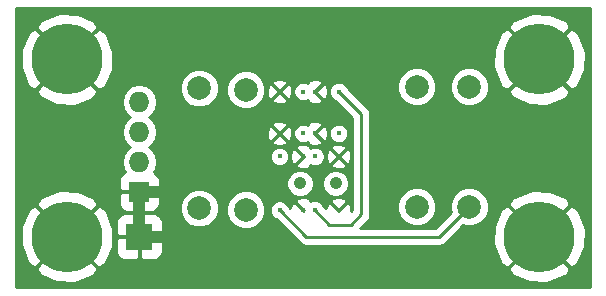
<source format=gtl>
%FSLAX34Y34*%
G04 Gerber Fmt 3.4, Leading zero omitted, Abs format*
G04 (created by PCBNEW (2014-jan-25)-product) date Sun 13 Jul 2014 10:27:30 AM PDT*
%MOIN*%
G01*
G70*
G90*
G04 APERTURE LIST*
%ADD10C,0.003937*%
%ADD11R,0.068000X0.068000*%
%ADD12O,0.068000X0.068000*%
%ADD13C,0.078700*%
%ADD14C,0.015748*%
%ADD15C,0.041339*%
%ADD16C,0.236220*%
%ADD17R,0.088000X0.088000*%
%ADD18C,0.010000*%
%ADD19C,0.040000*%
G04 APERTURE END LIST*
G54D10*
G54D11*
X43750Y-45750D03*
G54D12*
X43750Y-44750D03*
X43750Y-43750D03*
X43750Y-42750D03*
G54D13*
X53000Y-46250D03*
X53000Y-42250D03*
X45750Y-42300D03*
X45750Y-46300D03*
X54750Y-46250D03*
X54750Y-42250D03*
G54D14*
X49212Y-42411D03*
X48425Y-42411D03*
X49212Y-43809D03*
X48425Y-43809D03*
X50393Y-42411D03*
X49606Y-42411D03*
X50393Y-43809D03*
X49606Y-43809D03*
X49606Y-46367D03*
X50393Y-46368D03*
X49606Y-44576D03*
X50393Y-44576D03*
G54D15*
X50295Y-45472D03*
G54D14*
X48425Y-46367D03*
X49212Y-46368D03*
X48425Y-44576D03*
X49212Y-44576D03*
G54D15*
X49114Y-45472D03*
G54D16*
X57086Y-47244D03*
X41338Y-47244D03*
X57086Y-41338D03*
X41338Y-41338D03*
G54D13*
X47300Y-46350D03*
X47300Y-42350D03*
G54D17*
X43750Y-47250D03*
G54D18*
X49307Y-47250D02*
X53750Y-47250D01*
X53750Y-47250D02*
X54750Y-46250D01*
X48425Y-46367D02*
X49307Y-47250D01*
G54D19*
X43750Y-47250D02*
X44500Y-47250D01*
X43750Y-45750D02*
X43750Y-47250D01*
X43750Y-45750D02*
X44500Y-45750D01*
G54D18*
X51150Y-43167D02*
X51150Y-46500D01*
X51150Y-46500D02*
X50800Y-46850D01*
X50800Y-46850D02*
X50088Y-46850D01*
X50088Y-46850D02*
X49606Y-46367D01*
X50393Y-42411D02*
X51150Y-43167D01*
G36*
X58785Y-48942D02*
X58626Y-48942D01*
X58626Y-46990D01*
X58626Y-41084D01*
X58412Y-40514D01*
X58355Y-40429D01*
X58135Y-40303D01*
X58121Y-40317D01*
X58121Y-40289D01*
X57996Y-40069D01*
X57441Y-39818D01*
X56832Y-39798D01*
X56262Y-40012D01*
X56177Y-40069D01*
X56051Y-40289D01*
X57086Y-41324D01*
X58121Y-40289D01*
X58121Y-40317D01*
X57100Y-41338D01*
X58135Y-42373D01*
X58355Y-42248D01*
X58606Y-41693D01*
X58626Y-41084D01*
X58626Y-46990D01*
X58412Y-46419D01*
X58355Y-46334D01*
X58135Y-46209D01*
X58121Y-46223D01*
X58121Y-46195D01*
X58121Y-42387D01*
X57086Y-41352D01*
X57072Y-41366D01*
X57072Y-41338D01*
X56037Y-40303D01*
X55817Y-40429D01*
X55566Y-40983D01*
X55546Y-41592D01*
X55760Y-42162D01*
X55817Y-42248D01*
X56037Y-42373D01*
X57072Y-41338D01*
X57072Y-41366D01*
X56051Y-42387D01*
X56177Y-42607D01*
X56731Y-42858D01*
X57340Y-42878D01*
X57910Y-42664D01*
X57996Y-42607D01*
X58121Y-42387D01*
X58121Y-46195D01*
X57996Y-45975D01*
X57441Y-45723D01*
X56832Y-45703D01*
X56262Y-45918D01*
X56177Y-45975D01*
X56051Y-46195D01*
X57086Y-47229D01*
X58121Y-46195D01*
X58121Y-46223D01*
X57100Y-47244D01*
X58135Y-48278D01*
X58355Y-48153D01*
X58606Y-47598D01*
X58626Y-46990D01*
X58626Y-48942D01*
X58121Y-48942D01*
X58121Y-48293D01*
X57086Y-47258D01*
X57072Y-47272D01*
X57072Y-47244D01*
X56037Y-46209D01*
X55817Y-46334D01*
X55566Y-46889D01*
X55546Y-47498D01*
X55760Y-48068D01*
X55817Y-48153D01*
X56037Y-48278D01*
X57072Y-47244D01*
X57072Y-47272D01*
X56051Y-48293D01*
X56177Y-48512D01*
X56731Y-48764D01*
X57340Y-48784D01*
X57910Y-48569D01*
X57996Y-48512D01*
X58121Y-48293D01*
X58121Y-48942D01*
X55393Y-48942D01*
X55393Y-46122D01*
X55393Y-42122D01*
X55295Y-41885D01*
X55114Y-41704D01*
X54878Y-41606D01*
X54622Y-41606D01*
X54385Y-41704D01*
X54204Y-41885D01*
X54106Y-42121D01*
X54106Y-42377D01*
X54204Y-42614D01*
X54385Y-42795D01*
X54621Y-42893D01*
X54877Y-42893D01*
X55114Y-42795D01*
X55295Y-42614D01*
X55393Y-42378D01*
X55393Y-42122D01*
X55393Y-46122D01*
X55295Y-45885D01*
X55114Y-45704D01*
X54878Y-45606D01*
X54622Y-45606D01*
X54385Y-45704D01*
X54204Y-45885D01*
X54106Y-46121D01*
X54106Y-46377D01*
X54133Y-46442D01*
X53643Y-46932D01*
X53643Y-46122D01*
X53643Y-42122D01*
X53545Y-41885D01*
X53364Y-41704D01*
X53128Y-41606D01*
X52872Y-41606D01*
X52635Y-41704D01*
X52454Y-41885D01*
X52356Y-42121D01*
X52356Y-42377D01*
X52454Y-42614D01*
X52635Y-42795D01*
X52871Y-42893D01*
X53127Y-42893D01*
X53364Y-42795D01*
X53545Y-42614D01*
X53643Y-42378D01*
X53643Y-42122D01*
X53643Y-46122D01*
X53545Y-45885D01*
X53364Y-45704D01*
X53128Y-45606D01*
X52872Y-45606D01*
X52635Y-45704D01*
X52454Y-45885D01*
X52356Y-46121D01*
X52356Y-46377D01*
X52454Y-46614D01*
X52635Y-46795D01*
X52871Y-46893D01*
X53127Y-46893D01*
X53364Y-46795D01*
X53545Y-46614D01*
X53643Y-46378D01*
X53643Y-46122D01*
X53643Y-46932D01*
X53625Y-46950D01*
X51124Y-46950D01*
X51362Y-46712D01*
X51427Y-46614D01*
X51427Y-46614D01*
X51450Y-46500D01*
X51450Y-43167D01*
X51427Y-43052D01*
X51362Y-42955D01*
X51362Y-42955D01*
X50701Y-42294D01*
X50672Y-42225D01*
X50580Y-42132D01*
X50459Y-42082D01*
X50328Y-42082D01*
X50207Y-42132D01*
X50115Y-42224D01*
X50065Y-42345D01*
X50064Y-42476D01*
X50114Y-42597D01*
X50207Y-42689D01*
X50276Y-42718D01*
X50850Y-43291D01*
X50850Y-46375D01*
X50821Y-46403D01*
X50823Y-46289D01*
X50823Y-44498D01*
X50761Y-44339D01*
X50753Y-44327D01*
X50722Y-44330D01*
X50722Y-43743D01*
X50672Y-43623D01*
X50580Y-43530D01*
X50459Y-43480D01*
X50328Y-43480D01*
X50207Y-43530D01*
X50115Y-43622D01*
X50065Y-43743D01*
X50064Y-43874D01*
X50114Y-43995D01*
X50207Y-44087D01*
X50328Y-44137D01*
X50458Y-44137D01*
X50579Y-44087D01*
X50672Y-43995D01*
X50722Y-43874D01*
X50722Y-43743D01*
X50722Y-44330D01*
X50647Y-44336D01*
X50642Y-44342D01*
X50642Y-44217D01*
X50485Y-44149D01*
X50315Y-44146D01*
X50156Y-44209D01*
X50144Y-44217D01*
X50153Y-44322D01*
X50393Y-44562D01*
X50633Y-44322D01*
X50642Y-44217D01*
X50642Y-44342D01*
X50407Y-44576D01*
X50647Y-44816D01*
X50753Y-44825D01*
X50820Y-44669D01*
X50823Y-44498D01*
X50823Y-46289D01*
X50761Y-46131D01*
X50753Y-46119D01*
X50752Y-46119D01*
X50752Y-45381D01*
X50682Y-45214D01*
X50642Y-45173D01*
X50642Y-44936D01*
X50633Y-44830D01*
X50393Y-44590D01*
X50379Y-44605D01*
X50379Y-44576D01*
X50139Y-44336D01*
X50036Y-44328D01*
X50036Y-43730D01*
X50036Y-42333D01*
X49973Y-42174D01*
X49965Y-42162D01*
X49860Y-42171D01*
X49620Y-42411D01*
X49860Y-42651D01*
X49965Y-42660D01*
X50033Y-42503D01*
X50036Y-42333D01*
X50036Y-43730D01*
X49973Y-43572D01*
X49965Y-43560D01*
X49860Y-43568D01*
X49620Y-43809D01*
X49860Y-44049D01*
X49965Y-44057D01*
X50033Y-43901D01*
X50036Y-43730D01*
X50036Y-44328D01*
X50034Y-44327D01*
X49966Y-44484D01*
X49963Y-44655D01*
X50026Y-44813D01*
X50034Y-44825D01*
X50139Y-44816D01*
X50379Y-44576D01*
X50379Y-44605D01*
X50153Y-44830D01*
X50144Y-44936D01*
X50301Y-45004D01*
X50471Y-45006D01*
X50630Y-44944D01*
X50642Y-44936D01*
X50642Y-45173D01*
X50554Y-45085D01*
X50386Y-45015D01*
X50204Y-45015D01*
X50036Y-45085D01*
X49935Y-45186D01*
X49935Y-44511D01*
X49885Y-44390D01*
X49855Y-44360D01*
X49855Y-44168D01*
X49846Y-44063D01*
X49606Y-43823D01*
X49600Y-43828D01*
X49586Y-43814D01*
X49592Y-43809D01*
X49586Y-43803D01*
X49600Y-43789D01*
X49606Y-43794D01*
X49846Y-43554D01*
X49855Y-43449D01*
X49855Y-42770D01*
X49846Y-42665D01*
X49606Y-42425D01*
X49600Y-42431D01*
X49586Y-42416D01*
X49592Y-42411D01*
X49586Y-42405D01*
X49600Y-42391D01*
X49606Y-42397D01*
X49846Y-42157D01*
X49855Y-42051D01*
X49698Y-41984D01*
X49528Y-41981D01*
X49369Y-42044D01*
X49357Y-42051D01*
X49362Y-42117D01*
X49278Y-42082D01*
X49147Y-42082D01*
X49026Y-42132D01*
X48934Y-42224D01*
X48883Y-42345D01*
X48883Y-42476D01*
X48933Y-42597D01*
X49026Y-42689D01*
X49146Y-42740D01*
X49277Y-42740D01*
X49362Y-42704D01*
X49357Y-42770D01*
X49514Y-42838D01*
X49684Y-42841D01*
X49843Y-42778D01*
X49855Y-42770D01*
X49855Y-43449D01*
X49698Y-43381D01*
X49528Y-43378D01*
X49369Y-43441D01*
X49357Y-43449D01*
X49362Y-43515D01*
X49278Y-43480D01*
X49147Y-43480D01*
X49026Y-43530D01*
X48934Y-43622D01*
X48883Y-43743D01*
X48883Y-43874D01*
X48933Y-43995D01*
X49026Y-44087D01*
X49146Y-44137D01*
X49277Y-44137D01*
X49362Y-44102D01*
X49357Y-44168D01*
X49514Y-44236D01*
X49684Y-44239D01*
X49843Y-44176D01*
X49855Y-44168D01*
X49855Y-44360D01*
X49792Y-44298D01*
X49671Y-44248D01*
X49541Y-44247D01*
X49455Y-44283D01*
X49461Y-44217D01*
X49304Y-44149D01*
X49134Y-44146D01*
X48975Y-44209D01*
X48963Y-44217D01*
X48972Y-44322D01*
X49212Y-44562D01*
X49218Y-44557D01*
X49232Y-44571D01*
X49226Y-44576D01*
X49232Y-44582D01*
X49218Y-44596D01*
X49212Y-44590D01*
X49198Y-44605D01*
X49198Y-44576D01*
X48958Y-44336D01*
X48855Y-44328D01*
X48855Y-43730D01*
X48855Y-42333D01*
X48792Y-42174D01*
X48784Y-42162D01*
X48679Y-42171D01*
X48673Y-42176D01*
X48673Y-42051D01*
X48517Y-41984D01*
X48346Y-41981D01*
X48188Y-42044D01*
X48176Y-42051D01*
X48185Y-42157D01*
X48425Y-42397D01*
X48665Y-42157D01*
X48673Y-42051D01*
X48673Y-42176D01*
X48439Y-42411D01*
X48679Y-42651D01*
X48784Y-42660D01*
X48852Y-42503D01*
X48855Y-42333D01*
X48855Y-43730D01*
X48792Y-43572D01*
X48784Y-43560D01*
X48679Y-43568D01*
X48673Y-43574D01*
X48673Y-43449D01*
X48673Y-42770D01*
X48665Y-42665D01*
X48425Y-42425D01*
X48411Y-42439D01*
X48411Y-42411D01*
X48170Y-42171D01*
X48065Y-42162D01*
X47997Y-42319D01*
X47995Y-42489D01*
X48057Y-42648D01*
X48065Y-42660D01*
X48170Y-42651D01*
X48411Y-42411D01*
X48411Y-42439D01*
X48185Y-42665D01*
X48176Y-42770D01*
X48332Y-42838D01*
X48503Y-42841D01*
X48662Y-42778D01*
X48673Y-42770D01*
X48673Y-43449D01*
X48517Y-43381D01*
X48346Y-43378D01*
X48188Y-43441D01*
X48176Y-43449D01*
X48185Y-43554D01*
X48425Y-43794D01*
X48665Y-43554D01*
X48673Y-43449D01*
X48673Y-43574D01*
X48439Y-43809D01*
X48679Y-44049D01*
X48784Y-44057D01*
X48852Y-43901D01*
X48855Y-43730D01*
X48855Y-44328D01*
X48853Y-44327D01*
X48785Y-44484D01*
X48782Y-44655D01*
X48845Y-44813D01*
X48853Y-44825D01*
X48958Y-44816D01*
X49198Y-44576D01*
X49198Y-44605D01*
X48972Y-44830D01*
X48963Y-44936D01*
X49120Y-45004D01*
X49290Y-45006D01*
X49449Y-44944D01*
X49461Y-44936D01*
X49455Y-44870D01*
X49540Y-44905D01*
X49671Y-44905D01*
X49792Y-44855D01*
X49884Y-44763D01*
X49934Y-44642D01*
X49935Y-44511D01*
X49935Y-45186D01*
X49908Y-45213D01*
X49838Y-45381D01*
X49838Y-45562D01*
X49907Y-45730D01*
X50036Y-45859D01*
X50204Y-45929D01*
X50385Y-45929D01*
X50553Y-45859D01*
X50682Y-45731D01*
X50751Y-45563D01*
X50752Y-45381D01*
X50752Y-46119D01*
X50647Y-46128D01*
X50642Y-46133D01*
X50642Y-46008D01*
X50485Y-45940D01*
X50315Y-45938D01*
X50156Y-46000D01*
X50144Y-46008D01*
X50153Y-46113D01*
X50393Y-46353D01*
X50633Y-46113D01*
X50642Y-46008D01*
X50642Y-46133D01*
X50407Y-46368D01*
X50413Y-46373D01*
X50399Y-46387D01*
X50393Y-46382D01*
X50388Y-46387D01*
X50373Y-46373D01*
X50379Y-46368D01*
X50139Y-46128D01*
X50034Y-46119D01*
X49966Y-46275D01*
X49965Y-46303D01*
X49913Y-46250D01*
X49885Y-46181D01*
X49792Y-46089D01*
X49671Y-46039D01*
X49570Y-46038D01*
X49570Y-45381D01*
X49501Y-45214D01*
X49373Y-45085D01*
X49205Y-45015D01*
X49023Y-45015D01*
X48855Y-45085D01*
X48753Y-45186D01*
X48753Y-44511D01*
X48704Y-44390D01*
X48673Y-44360D01*
X48673Y-44168D01*
X48665Y-44063D01*
X48425Y-43823D01*
X48411Y-43837D01*
X48411Y-43809D01*
X48170Y-43568D01*
X48065Y-43560D01*
X47997Y-43716D01*
X47995Y-43887D01*
X48057Y-44045D01*
X48065Y-44057D01*
X48170Y-44049D01*
X48411Y-43809D01*
X48411Y-43837D01*
X48185Y-44063D01*
X48176Y-44168D01*
X48332Y-44236D01*
X48503Y-44239D01*
X48662Y-44176D01*
X48673Y-44168D01*
X48673Y-44360D01*
X48611Y-44298D01*
X48490Y-44248D01*
X48360Y-44247D01*
X48239Y-44297D01*
X48146Y-44390D01*
X48096Y-44511D01*
X48096Y-44641D01*
X48146Y-44762D01*
X48238Y-44855D01*
X48359Y-44905D01*
X48490Y-44905D01*
X48611Y-44855D01*
X48703Y-44763D01*
X48753Y-44642D01*
X48753Y-44511D01*
X48753Y-45186D01*
X48727Y-45213D01*
X48657Y-45381D01*
X48657Y-45562D01*
X48726Y-45730D01*
X48855Y-45859D01*
X49022Y-45929D01*
X49204Y-45929D01*
X49372Y-45859D01*
X49501Y-45731D01*
X49570Y-45563D01*
X49570Y-45381D01*
X49570Y-46038D01*
X49541Y-46038D01*
X49455Y-46074D01*
X49461Y-46008D01*
X49304Y-45940D01*
X49134Y-45938D01*
X48975Y-46000D01*
X48963Y-46008D01*
X48972Y-46113D01*
X49212Y-46353D01*
X49218Y-46348D01*
X49232Y-46362D01*
X49226Y-46368D01*
X49232Y-46373D01*
X49218Y-46387D01*
X49212Y-46382D01*
X49207Y-46387D01*
X49192Y-46373D01*
X49198Y-46368D01*
X48958Y-46128D01*
X48853Y-46119D01*
X48785Y-46275D01*
X48784Y-46303D01*
X48732Y-46250D01*
X48704Y-46181D01*
X48611Y-46089D01*
X48490Y-46039D01*
X48360Y-46038D01*
X48239Y-46088D01*
X48146Y-46181D01*
X48096Y-46302D01*
X48096Y-46432D01*
X48146Y-46553D01*
X48238Y-46646D01*
X48308Y-46675D01*
X49095Y-47462D01*
X49192Y-47527D01*
X49192Y-47527D01*
X49307Y-47550D01*
X53750Y-47550D01*
X53750Y-47549D01*
X53864Y-47527D01*
X53864Y-47527D01*
X53962Y-47462D01*
X54557Y-46866D01*
X54621Y-46893D01*
X54877Y-46893D01*
X55114Y-46795D01*
X55295Y-46614D01*
X55393Y-46378D01*
X55393Y-46122D01*
X55393Y-48942D01*
X47943Y-48942D01*
X47943Y-46222D01*
X47943Y-42222D01*
X47845Y-41985D01*
X47664Y-41804D01*
X47428Y-41706D01*
X47172Y-41706D01*
X46935Y-41804D01*
X46754Y-41985D01*
X46656Y-42221D01*
X46656Y-42477D01*
X46754Y-42714D01*
X46935Y-42895D01*
X47171Y-42993D01*
X47427Y-42993D01*
X47664Y-42895D01*
X47845Y-42714D01*
X47943Y-42478D01*
X47943Y-42222D01*
X47943Y-46222D01*
X47845Y-45985D01*
X47664Y-45804D01*
X47428Y-45706D01*
X47172Y-45706D01*
X46935Y-45804D01*
X46754Y-45985D01*
X46656Y-46221D01*
X46656Y-46477D01*
X46754Y-46714D01*
X46935Y-46895D01*
X47171Y-46993D01*
X47427Y-46993D01*
X47664Y-46895D01*
X47845Y-46714D01*
X47943Y-46478D01*
X47943Y-46222D01*
X47943Y-48942D01*
X46393Y-48942D01*
X46393Y-46172D01*
X46393Y-42172D01*
X46295Y-41935D01*
X46114Y-41754D01*
X45878Y-41656D01*
X45622Y-41656D01*
X45385Y-41754D01*
X45204Y-41935D01*
X45106Y-42171D01*
X45106Y-42427D01*
X45204Y-42664D01*
X45385Y-42845D01*
X45621Y-42943D01*
X45877Y-42943D01*
X46114Y-42845D01*
X46295Y-42664D01*
X46393Y-42428D01*
X46393Y-42172D01*
X46393Y-46172D01*
X46295Y-45935D01*
X46114Y-45754D01*
X45878Y-45656D01*
X45622Y-45656D01*
X45385Y-45754D01*
X45204Y-45935D01*
X45106Y-46171D01*
X45106Y-46427D01*
X45204Y-46664D01*
X45385Y-46845D01*
X45621Y-46943D01*
X45877Y-46943D01*
X46114Y-46845D01*
X46295Y-46664D01*
X46393Y-46428D01*
X46393Y-46172D01*
X46393Y-48942D01*
X44540Y-48942D01*
X44540Y-47759D01*
X44540Y-47620D01*
X44540Y-47347D01*
X44540Y-47152D01*
X44540Y-46879D01*
X44540Y-46740D01*
X44486Y-46611D01*
X44440Y-46565D01*
X44440Y-46159D01*
X44440Y-45847D01*
X44440Y-45652D01*
X44440Y-45340D01*
X44386Y-45211D01*
X44288Y-45113D01*
X44227Y-45088D01*
X44295Y-44987D01*
X44340Y-44761D01*
X44340Y-44738D01*
X44295Y-44512D01*
X44167Y-44321D01*
X44060Y-44250D01*
X44167Y-44178D01*
X44295Y-43987D01*
X44340Y-43761D01*
X44340Y-43738D01*
X44295Y-43512D01*
X44167Y-43321D01*
X44060Y-43250D01*
X44167Y-43178D01*
X44295Y-42987D01*
X44340Y-42761D01*
X44340Y-42738D01*
X44295Y-42512D01*
X44167Y-42321D01*
X43975Y-42193D01*
X43750Y-42148D01*
X43524Y-42193D01*
X43332Y-42321D01*
X43204Y-42512D01*
X43160Y-42738D01*
X43160Y-42761D01*
X43204Y-42987D01*
X43332Y-43178D01*
X43439Y-43250D01*
X43332Y-43321D01*
X43204Y-43512D01*
X43160Y-43738D01*
X43160Y-43761D01*
X43204Y-43987D01*
X43332Y-44178D01*
X43439Y-44250D01*
X43332Y-44321D01*
X43204Y-44512D01*
X43160Y-44738D01*
X43160Y-44761D01*
X43204Y-44987D01*
X43272Y-45088D01*
X43211Y-45113D01*
X43113Y-45211D01*
X43060Y-45340D01*
X43060Y-45652D01*
X43147Y-45740D01*
X43740Y-45740D01*
X43740Y-45732D01*
X43760Y-45732D01*
X43760Y-45740D01*
X44352Y-45740D01*
X44440Y-45652D01*
X44440Y-45847D01*
X44352Y-45760D01*
X43760Y-45760D01*
X43760Y-46352D01*
X43847Y-46440D01*
X44020Y-46440D01*
X44159Y-46440D01*
X44288Y-46386D01*
X44386Y-46288D01*
X44440Y-46159D01*
X44440Y-46565D01*
X44388Y-46513D01*
X44259Y-46460D01*
X43847Y-46460D01*
X43760Y-46547D01*
X43760Y-47240D01*
X44452Y-47240D01*
X44540Y-47152D01*
X44540Y-47347D01*
X44452Y-47260D01*
X43760Y-47260D01*
X43760Y-47952D01*
X43847Y-48040D01*
X44259Y-48040D01*
X44388Y-47986D01*
X44486Y-47888D01*
X44540Y-47759D01*
X44540Y-48942D01*
X43740Y-48942D01*
X43740Y-47952D01*
X43740Y-47260D01*
X43740Y-47240D01*
X43740Y-46547D01*
X43740Y-46352D01*
X43740Y-45760D01*
X43147Y-45760D01*
X43060Y-45847D01*
X43060Y-46159D01*
X43113Y-46288D01*
X43211Y-46386D01*
X43340Y-46440D01*
X43479Y-46440D01*
X43652Y-46440D01*
X43740Y-46352D01*
X43740Y-46547D01*
X43652Y-46460D01*
X43240Y-46460D01*
X43111Y-46513D01*
X43013Y-46611D01*
X42960Y-46740D01*
X42960Y-46879D01*
X42960Y-47152D01*
X43047Y-47240D01*
X43740Y-47240D01*
X43740Y-47260D01*
X43047Y-47260D01*
X42960Y-47347D01*
X42960Y-47620D01*
X42960Y-47759D01*
X43013Y-47888D01*
X43111Y-47986D01*
X43240Y-48040D01*
X43652Y-48040D01*
X43740Y-47952D01*
X43740Y-48942D01*
X42878Y-48942D01*
X42878Y-46990D01*
X42878Y-41084D01*
X42664Y-40514D01*
X42607Y-40429D01*
X42387Y-40303D01*
X42373Y-40317D01*
X42373Y-40289D01*
X42248Y-40069D01*
X41693Y-39818D01*
X41084Y-39798D01*
X40514Y-40012D01*
X40429Y-40069D01*
X40303Y-40289D01*
X41338Y-41324D01*
X42373Y-40289D01*
X42373Y-40317D01*
X41352Y-41338D01*
X42387Y-42373D01*
X42607Y-42248D01*
X42858Y-41693D01*
X42878Y-41084D01*
X42878Y-46990D01*
X42664Y-46419D01*
X42607Y-46334D01*
X42387Y-46209D01*
X42373Y-46223D01*
X42373Y-46195D01*
X42373Y-42387D01*
X41338Y-41352D01*
X41324Y-41366D01*
X41324Y-41338D01*
X40289Y-40303D01*
X40069Y-40429D01*
X39818Y-40983D01*
X39798Y-41592D01*
X40012Y-42162D01*
X40069Y-42248D01*
X40289Y-42373D01*
X41324Y-41338D01*
X41324Y-41366D01*
X40303Y-42387D01*
X40429Y-42607D01*
X40983Y-42858D01*
X41592Y-42878D01*
X42162Y-42664D01*
X42248Y-42607D01*
X42373Y-42387D01*
X42373Y-46195D01*
X42248Y-45975D01*
X41693Y-45723D01*
X41084Y-45703D01*
X40514Y-45918D01*
X40429Y-45975D01*
X40303Y-46195D01*
X41338Y-47229D01*
X42373Y-46195D01*
X42373Y-46223D01*
X41352Y-47244D01*
X42387Y-48278D01*
X42607Y-48153D01*
X42858Y-47598D01*
X42878Y-46990D01*
X42878Y-48942D01*
X42373Y-48942D01*
X42373Y-48293D01*
X41338Y-47258D01*
X41324Y-47272D01*
X41324Y-47244D01*
X40289Y-46209D01*
X40069Y-46334D01*
X39818Y-46889D01*
X39798Y-47498D01*
X40012Y-48068D01*
X40069Y-48153D01*
X40289Y-48278D01*
X41324Y-47244D01*
X41324Y-47272D01*
X40303Y-48293D01*
X40429Y-48512D01*
X40983Y-48764D01*
X41592Y-48784D01*
X42162Y-48569D01*
X42248Y-48512D01*
X42373Y-48293D01*
X42373Y-48942D01*
X39639Y-48942D01*
X39639Y-39639D01*
X58785Y-39639D01*
X58785Y-48942D01*
X58785Y-48942D01*
G37*
X58785Y-48942D02*
X58626Y-48942D01*
X58626Y-46990D01*
X58626Y-41084D01*
X58412Y-40514D01*
X58355Y-40429D01*
X58135Y-40303D01*
X58121Y-40317D01*
X58121Y-40289D01*
X57996Y-40069D01*
X57441Y-39818D01*
X56832Y-39798D01*
X56262Y-40012D01*
X56177Y-40069D01*
X56051Y-40289D01*
X57086Y-41324D01*
X58121Y-40289D01*
X58121Y-40317D01*
X57100Y-41338D01*
X58135Y-42373D01*
X58355Y-42248D01*
X58606Y-41693D01*
X58626Y-41084D01*
X58626Y-46990D01*
X58412Y-46419D01*
X58355Y-46334D01*
X58135Y-46209D01*
X58121Y-46223D01*
X58121Y-46195D01*
X58121Y-42387D01*
X57086Y-41352D01*
X57072Y-41366D01*
X57072Y-41338D01*
X56037Y-40303D01*
X55817Y-40429D01*
X55566Y-40983D01*
X55546Y-41592D01*
X55760Y-42162D01*
X55817Y-42248D01*
X56037Y-42373D01*
X57072Y-41338D01*
X57072Y-41366D01*
X56051Y-42387D01*
X56177Y-42607D01*
X56731Y-42858D01*
X57340Y-42878D01*
X57910Y-42664D01*
X57996Y-42607D01*
X58121Y-42387D01*
X58121Y-46195D01*
X57996Y-45975D01*
X57441Y-45723D01*
X56832Y-45703D01*
X56262Y-45918D01*
X56177Y-45975D01*
X56051Y-46195D01*
X57086Y-47229D01*
X58121Y-46195D01*
X58121Y-46223D01*
X57100Y-47244D01*
X58135Y-48278D01*
X58355Y-48153D01*
X58606Y-47598D01*
X58626Y-46990D01*
X58626Y-48942D01*
X58121Y-48942D01*
X58121Y-48293D01*
X57086Y-47258D01*
X57072Y-47272D01*
X57072Y-47244D01*
X56037Y-46209D01*
X55817Y-46334D01*
X55566Y-46889D01*
X55546Y-47498D01*
X55760Y-48068D01*
X55817Y-48153D01*
X56037Y-48278D01*
X57072Y-47244D01*
X57072Y-47272D01*
X56051Y-48293D01*
X56177Y-48512D01*
X56731Y-48764D01*
X57340Y-48784D01*
X57910Y-48569D01*
X57996Y-48512D01*
X58121Y-48293D01*
X58121Y-48942D01*
X55393Y-48942D01*
X55393Y-46122D01*
X55393Y-42122D01*
X55295Y-41885D01*
X55114Y-41704D01*
X54878Y-41606D01*
X54622Y-41606D01*
X54385Y-41704D01*
X54204Y-41885D01*
X54106Y-42121D01*
X54106Y-42377D01*
X54204Y-42614D01*
X54385Y-42795D01*
X54621Y-42893D01*
X54877Y-42893D01*
X55114Y-42795D01*
X55295Y-42614D01*
X55393Y-42378D01*
X55393Y-42122D01*
X55393Y-46122D01*
X55295Y-45885D01*
X55114Y-45704D01*
X54878Y-45606D01*
X54622Y-45606D01*
X54385Y-45704D01*
X54204Y-45885D01*
X54106Y-46121D01*
X54106Y-46377D01*
X54133Y-46442D01*
X53643Y-46932D01*
X53643Y-46122D01*
X53643Y-42122D01*
X53545Y-41885D01*
X53364Y-41704D01*
X53128Y-41606D01*
X52872Y-41606D01*
X52635Y-41704D01*
X52454Y-41885D01*
X52356Y-42121D01*
X52356Y-42377D01*
X52454Y-42614D01*
X52635Y-42795D01*
X52871Y-42893D01*
X53127Y-42893D01*
X53364Y-42795D01*
X53545Y-42614D01*
X53643Y-42378D01*
X53643Y-42122D01*
X53643Y-46122D01*
X53545Y-45885D01*
X53364Y-45704D01*
X53128Y-45606D01*
X52872Y-45606D01*
X52635Y-45704D01*
X52454Y-45885D01*
X52356Y-46121D01*
X52356Y-46377D01*
X52454Y-46614D01*
X52635Y-46795D01*
X52871Y-46893D01*
X53127Y-46893D01*
X53364Y-46795D01*
X53545Y-46614D01*
X53643Y-46378D01*
X53643Y-46122D01*
X53643Y-46932D01*
X53625Y-46950D01*
X51124Y-46950D01*
X51362Y-46712D01*
X51427Y-46614D01*
X51427Y-46614D01*
X51450Y-46500D01*
X51450Y-43167D01*
X51427Y-43052D01*
X51362Y-42955D01*
X51362Y-42955D01*
X50701Y-42294D01*
X50672Y-42225D01*
X50580Y-42132D01*
X50459Y-42082D01*
X50328Y-42082D01*
X50207Y-42132D01*
X50115Y-42224D01*
X50065Y-42345D01*
X50064Y-42476D01*
X50114Y-42597D01*
X50207Y-42689D01*
X50276Y-42718D01*
X50850Y-43291D01*
X50850Y-46375D01*
X50821Y-46403D01*
X50823Y-46289D01*
X50823Y-44498D01*
X50761Y-44339D01*
X50753Y-44327D01*
X50722Y-44330D01*
X50722Y-43743D01*
X50672Y-43623D01*
X50580Y-43530D01*
X50459Y-43480D01*
X50328Y-43480D01*
X50207Y-43530D01*
X50115Y-43622D01*
X50065Y-43743D01*
X50064Y-43874D01*
X50114Y-43995D01*
X50207Y-44087D01*
X50328Y-44137D01*
X50458Y-44137D01*
X50579Y-44087D01*
X50672Y-43995D01*
X50722Y-43874D01*
X50722Y-43743D01*
X50722Y-44330D01*
X50647Y-44336D01*
X50642Y-44342D01*
X50642Y-44217D01*
X50485Y-44149D01*
X50315Y-44146D01*
X50156Y-44209D01*
X50144Y-44217D01*
X50153Y-44322D01*
X50393Y-44562D01*
X50633Y-44322D01*
X50642Y-44217D01*
X50642Y-44342D01*
X50407Y-44576D01*
X50647Y-44816D01*
X50753Y-44825D01*
X50820Y-44669D01*
X50823Y-44498D01*
X50823Y-46289D01*
X50761Y-46131D01*
X50753Y-46119D01*
X50752Y-46119D01*
X50752Y-45381D01*
X50682Y-45214D01*
X50642Y-45173D01*
X50642Y-44936D01*
X50633Y-44830D01*
X50393Y-44590D01*
X50379Y-44605D01*
X50379Y-44576D01*
X50139Y-44336D01*
X50036Y-44328D01*
X50036Y-43730D01*
X50036Y-42333D01*
X49973Y-42174D01*
X49965Y-42162D01*
X49860Y-42171D01*
X49620Y-42411D01*
X49860Y-42651D01*
X49965Y-42660D01*
X50033Y-42503D01*
X50036Y-42333D01*
X50036Y-43730D01*
X49973Y-43572D01*
X49965Y-43560D01*
X49860Y-43568D01*
X49620Y-43809D01*
X49860Y-44049D01*
X49965Y-44057D01*
X50033Y-43901D01*
X50036Y-43730D01*
X50036Y-44328D01*
X50034Y-44327D01*
X49966Y-44484D01*
X49963Y-44655D01*
X50026Y-44813D01*
X50034Y-44825D01*
X50139Y-44816D01*
X50379Y-44576D01*
X50379Y-44605D01*
X50153Y-44830D01*
X50144Y-44936D01*
X50301Y-45004D01*
X50471Y-45006D01*
X50630Y-44944D01*
X50642Y-44936D01*
X50642Y-45173D01*
X50554Y-45085D01*
X50386Y-45015D01*
X50204Y-45015D01*
X50036Y-45085D01*
X49935Y-45186D01*
X49935Y-44511D01*
X49885Y-44390D01*
X49855Y-44360D01*
X49855Y-44168D01*
X49846Y-44063D01*
X49606Y-43823D01*
X49600Y-43828D01*
X49586Y-43814D01*
X49592Y-43809D01*
X49586Y-43803D01*
X49600Y-43789D01*
X49606Y-43794D01*
X49846Y-43554D01*
X49855Y-43449D01*
X49855Y-42770D01*
X49846Y-42665D01*
X49606Y-42425D01*
X49600Y-42431D01*
X49586Y-42416D01*
X49592Y-42411D01*
X49586Y-42405D01*
X49600Y-42391D01*
X49606Y-42397D01*
X49846Y-42157D01*
X49855Y-42051D01*
X49698Y-41984D01*
X49528Y-41981D01*
X49369Y-42044D01*
X49357Y-42051D01*
X49362Y-42117D01*
X49278Y-42082D01*
X49147Y-42082D01*
X49026Y-42132D01*
X48934Y-42224D01*
X48883Y-42345D01*
X48883Y-42476D01*
X48933Y-42597D01*
X49026Y-42689D01*
X49146Y-42740D01*
X49277Y-42740D01*
X49362Y-42704D01*
X49357Y-42770D01*
X49514Y-42838D01*
X49684Y-42841D01*
X49843Y-42778D01*
X49855Y-42770D01*
X49855Y-43449D01*
X49698Y-43381D01*
X49528Y-43378D01*
X49369Y-43441D01*
X49357Y-43449D01*
X49362Y-43515D01*
X49278Y-43480D01*
X49147Y-43480D01*
X49026Y-43530D01*
X48934Y-43622D01*
X48883Y-43743D01*
X48883Y-43874D01*
X48933Y-43995D01*
X49026Y-44087D01*
X49146Y-44137D01*
X49277Y-44137D01*
X49362Y-44102D01*
X49357Y-44168D01*
X49514Y-44236D01*
X49684Y-44239D01*
X49843Y-44176D01*
X49855Y-44168D01*
X49855Y-44360D01*
X49792Y-44298D01*
X49671Y-44248D01*
X49541Y-44247D01*
X49455Y-44283D01*
X49461Y-44217D01*
X49304Y-44149D01*
X49134Y-44146D01*
X48975Y-44209D01*
X48963Y-44217D01*
X48972Y-44322D01*
X49212Y-44562D01*
X49218Y-44557D01*
X49232Y-44571D01*
X49226Y-44576D01*
X49232Y-44582D01*
X49218Y-44596D01*
X49212Y-44590D01*
X49198Y-44605D01*
X49198Y-44576D01*
X48958Y-44336D01*
X48855Y-44328D01*
X48855Y-43730D01*
X48855Y-42333D01*
X48792Y-42174D01*
X48784Y-42162D01*
X48679Y-42171D01*
X48673Y-42176D01*
X48673Y-42051D01*
X48517Y-41984D01*
X48346Y-41981D01*
X48188Y-42044D01*
X48176Y-42051D01*
X48185Y-42157D01*
X48425Y-42397D01*
X48665Y-42157D01*
X48673Y-42051D01*
X48673Y-42176D01*
X48439Y-42411D01*
X48679Y-42651D01*
X48784Y-42660D01*
X48852Y-42503D01*
X48855Y-42333D01*
X48855Y-43730D01*
X48792Y-43572D01*
X48784Y-43560D01*
X48679Y-43568D01*
X48673Y-43574D01*
X48673Y-43449D01*
X48673Y-42770D01*
X48665Y-42665D01*
X48425Y-42425D01*
X48411Y-42439D01*
X48411Y-42411D01*
X48170Y-42171D01*
X48065Y-42162D01*
X47997Y-42319D01*
X47995Y-42489D01*
X48057Y-42648D01*
X48065Y-42660D01*
X48170Y-42651D01*
X48411Y-42411D01*
X48411Y-42439D01*
X48185Y-42665D01*
X48176Y-42770D01*
X48332Y-42838D01*
X48503Y-42841D01*
X48662Y-42778D01*
X48673Y-42770D01*
X48673Y-43449D01*
X48517Y-43381D01*
X48346Y-43378D01*
X48188Y-43441D01*
X48176Y-43449D01*
X48185Y-43554D01*
X48425Y-43794D01*
X48665Y-43554D01*
X48673Y-43449D01*
X48673Y-43574D01*
X48439Y-43809D01*
X48679Y-44049D01*
X48784Y-44057D01*
X48852Y-43901D01*
X48855Y-43730D01*
X48855Y-44328D01*
X48853Y-44327D01*
X48785Y-44484D01*
X48782Y-44655D01*
X48845Y-44813D01*
X48853Y-44825D01*
X48958Y-44816D01*
X49198Y-44576D01*
X49198Y-44605D01*
X48972Y-44830D01*
X48963Y-44936D01*
X49120Y-45004D01*
X49290Y-45006D01*
X49449Y-44944D01*
X49461Y-44936D01*
X49455Y-44870D01*
X49540Y-44905D01*
X49671Y-44905D01*
X49792Y-44855D01*
X49884Y-44763D01*
X49934Y-44642D01*
X49935Y-44511D01*
X49935Y-45186D01*
X49908Y-45213D01*
X49838Y-45381D01*
X49838Y-45562D01*
X49907Y-45730D01*
X50036Y-45859D01*
X50204Y-45929D01*
X50385Y-45929D01*
X50553Y-45859D01*
X50682Y-45731D01*
X50751Y-45563D01*
X50752Y-45381D01*
X50752Y-46119D01*
X50647Y-46128D01*
X50642Y-46133D01*
X50642Y-46008D01*
X50485Y-45940D01*
X50315Y-45938D01*
X50156Y-46000D01*
X50144Y-46008D01*
X50153Y-46113D01*
X50393Y-46353D01*
X50633Y-46113D01*
X50642Y-46008D01*
X50642Y-46133D01*
X50407Y-46368D01*
X50413Y-46373D01*
X50399Y-46387D01*
X50393Y-46382D01*
X50388Y-46387D01*
X50373Y-46373D01*
X50379Y-46368D01*
X50139Y-46128D01*
X50034Y-46119D01*
X49966Y-46275D01*
X49965Y-46303D01*
X49913Y-46250D01*
X49885Y-46181D01*
X49792Y-46089D01*
X49671Y-46039D01*
X49570Y-46038D01*
X49570Y-45381D01*
X49501Y-45214D01*
X49373Y-45085D01*
X49205Y-45015D01*
X49023Y-45015D01*
X48855Y-45085D01*
X48753Y-45186D01*
X48753Y-44511D01*
X48704Y-44390D01*
X48673Y-44360D01*
X48673Y-44168D01*
X48665Y-44063D01*
X48425Y-43823D01*
X48411Y-43837D01*
X48411Y-43809D01*
X48170Y-43568D01*
X48065Y-43560D01*
X47997Y-43716D01*
X47995Y-43887D01*
X48057Y-44045D01*
X48065Y-44057D01*
X48170Y-44049D01*
X48411Y-43809D01*
X48411Y-43837D01*
X48185Y-44063D01*
X48176Y-44168D01*
X48332Y-44236D01*
X48503Y-44239D01*
X48662Y-44176D01*
X48673Y-44168D01*
X48673Y-44360D01*
X48611Y-44298D01*
X48490Y-44248D01*
X48360Y-44247D01*
X48239Y-44297D01*
X48146Y-44390D01*
X48096Y-44511D01*
X48096Y-44641D01*
X48146Y-44762D01*
X48238Y-44855D01*
X48359Y-44905D01*
X48490Y-44905D01*
X48611Y-44855D01*
X48703Y-44763D01*
X48753Y-44642D01*
X48753Y-44511D01*
X48753Y-45186D01*
X48727Y-45213D01*
X48657Y-45381D01*
X48657Y-45562D01*
X48726Y-45730D01*
X48855Y-45859D01*
X49022Y-45929D01*
X49204Y-45929D01*
X49372Y-45859D01*
X49501Y-45731D01*
X49570Y-45563D01*
X49570Y-45381D01*
X49570Y-46038D01*
X49541Y-46038D01*
X49455Y-46074D01*
X49461Y-46008D01*
X49304Y-45940D01*
X49134Y-45938D01*
X48975Y-46000D01*
X48963Y-46008D01*
X48972Y-46113D01*
X49212Y-46353D01*
X49218Y-46348D01*
X49232Y-46362D01*
X49226Y-46368D01*
X49232Y-46373D01*
X49218Y-46387D01*
X49212Y-46382D01*
X49207Y-46387D01*
X49192Y-46373D01*
X49198Y-46368D01*
X48958Y-46128D01*
X48853Y-46119D01*
X48785Y-46275D01*
X48784Y-46303D01*
X48732Y-46250D01*
X48704Y-46181D01*
X48611Y-46089D01*
X48490Y-46039D01*
X48360Y-46038D01*
X48239Y-46088D01*
X48146Y-46181D01*
X48096Y-46302D01*
X48096Y-46432D01*
X48146Y-46553D01*
X48238Y-46646D01*
X48308Y-46675D01*
X49095Y-47462D01*
X49192Y-47527D01*
X49192Y-47527D01*
X49307Y-47550D01*
X53750Y-47550D01*
X53750Y-47549D01*
X53864Y-47527D01*
X53864Y-47527D01*
X53962Y-47462D01*
X54557Y-46866D01*
X54621Y-46893D01*
X54877Y-46893D01*
X55114Y-46795D01*
X55295Y-46614D01*
X55393Y-46378D01*
X55393Y-46122D01*
X55393Y-48942D01*
X47943Y-48942D01*
X47943Y-46222D01*
X47943Y-42222D01*
X47845Y-41985D01*
X47664Y-41804D01*
X47428Y-41706D01*
X47172Y-41706D01*
X46935Y-41804D01*
X46754Y-41985D01*
X46656Y-42221D01*
X46656Y-42477D01*
X46754Y-42714D01*
X46935Y-42895D01*
X47171Y-42993D01*
X47427Y-42993D01*
X47664Y-42895D01*
X47845Y-42714D01*
X47943Y-42478D01*
X47943Y-42222D01*
X47943Y-46222D01*
X47845Y-45985D01*
X47664Y-45804D01*
X47428Y-45706D01*
X47172Y-45706D01*
X46935Y-45804D01*
X46754Y-45985D01*
X46656Y-46221D01*
X46656Y-46477D01*
X46754Y-46714D01*
X46935Y-46895D01*
X47171Y-46993D01*
X47427Y-46993D01*
X47664Y-46895D01*
X47845Y-46714D01*
X47943Y-46478D01*
X47943Y-46222D01*
X47943Y-48942D01*
X46393Y-48942D01*
X46393Y-46172D01*
X46393Y-42172D01*
X46295Y-41935D01*
X46114Y-41754D01*
X45878Y-41656D01*
X45622Y-41656D01*
X45385Y-41754D01*
X45204Y-41935D01*
X45106Y-42171D01*
X45106Y-42427D01*
X45204Y-42664D01*
X45385Y-42845D01*
X45621Y-42943D01*
X45877Y-42943D01*
X46114Y-42845D01*
X46295Y-42664D01*
X46393Y-42428D01*
X46393Y-42172D01*
X46393Y-46172D01*
X46295Y-45935D01*
X46114Y-45754D01*
X45878Y-45656D01*
X45622Y-45656D01*
X45385Y-45754D01*
X45204Y-45935D01*
X45106Y-46171D01*
X45106Y-46427D01*
X45204Y-46664D01*
X45385Y-46845D01*
X45621Y-46943D01*
X45877Y-46943D01*
X46114Y-46845D01*
X46295Y-46664D01*
X46393Y-46428D01*
X46393Y-46172D01*
X46393Y-48942D01*
X44540Y-48942D01*
X44540Y-47759D01*
X44540Y-47620D01*
X44540Y-47347D01*
X44540Y-47152D01*
X44540Y-46879D01*
X44540Y-46740D01*
X44486Y-46611D01*
X44440Y-46565D01*
X44440Y-46159D01*
X44440Y-45847D01*
X44440Y-45652D01*
X44440Y-45340D01*
X44386Y-45211D01*
X44288Y-45113D01*
X44227Y-45088D01*
X44295Y-44987D01*
X44340Y-44761D01*
X44340Y-44738D01*
X44295Y-44512D01*
X44167Y-44321D01*
X44060Y-44250D01*
X44167Y-44178D01*
X44295Y-43987D01*
X44340Y-43761D01*
X44340Y-43738D01*
X44295Y-43512D01*
X44167Y-43321D01*
X44060Y-43250D01*
X44167Y-43178D01*
X44295Y-42987D01*
X44340Y-42761D01*
X44340Y-42738D01*
X44295Y-42512D01*
X44167Y-42321D01*
X43975Y-42193D01*
X43750Y-42148D01*
X43524Y-42193D01*
X43332Y-42321D01*
X43204Y-42512D01*
X43160Y-42738D01*
X43160Y-42761D01*
X43204Y-42987D01*
X43332Y-43178D01*
X43439Y-43250D01*
X43332Y-43321D01*
X43204Y-43512D01*
X43160Y-43738D01*
X43160Y-43761D01*
X43204Y-43987D01*
X43332Y-44178D01*
X43439Y-44250D01*
X43332Y-44321D01*
X43204Y-44512D01*
X43160Y-44738D01*
X43160Y-44761D01*
X43204Y-44987D01*
X43272Y-45088D01*
X43211Y-45113D01*
X43113Y-45211D01*
X43060Y-45340D01*
X43060Y-45652D01*
X43147Y-45740D01*
X43740Y-45740D01*
X43740Y-45732D01*
X43760Y-45732D01*
X43760Y-45740D01*
X44352Y-45740D01*
X44440Y-45652D01*
X44440Y-45847D01*
X44352Y-45760D01*
X43760Y-45760D01*
X43760Y-46352D01*
X43847Y-46440D01*
X44020Y-46440D01*
X44159Y-46440D01*
X44288Y-46386D01*
X44386Y-46288D01*
X44440Y-46159D01*
X44440Y-46565D01*
X44388Y-46513D01*
X44259Y-46460D01*
X43847Y-46460D01*
X43760Y-46547D01*
X43760Y-47240D01*
X44452Y-47240D01*
X44540Y-47152D01*
X44540Y-47347D01*
X44452Y-47260D01*
X43760Y-47260D01*
X43760Y-47952D01*
X43847Y-48040D01*
X44259Y-48040D01*
X44388Y-47986D01*
X44486Y-47888D01*
X44540Y-47759D01*
X44540Y-48942D01*
X43740Y-48942D01*
X43740Y-47952D01*
X43740Y-47260D01*
X43740Y-47240D01*
X43740Y-46547D01*
X43740Y-46352D01*
X43740Y-45760D01*
X43147Y-45760D01*
X43060Y-45847D01*
X43060Y-46159D01*
X43113Y-46288D01*
X43211Y-46386D01*
X43340Y-46440D01*
X43479Y-46440D01*
X43652Y-46440D01*
X43740Y-46352D01*
X43740Y-46547D01*
X43652Y-46460D01*
X43240Y-46460D01*
X43111Y-46513D01*
X43013Y-46611D01*
X42960Y-46740D01*
X42960Y-46879D01*
X42960Y-47152D01*
X43047Y-47240D01*
X43740Y-47240D01*
X43740Y-47260D01*
X43047Y-47260D01*
X42960Y-47347D01*
X42960Y-47620D01*
X42960Y-47759D01*
X43013Y-47888D01*
X43111Y-47986D01*
X43240Y-48040D01*
X43652Y-48040D01*
X43740Y-47952D01*
X43740Y-48942D01*
X42878Y-48942D01*
X42878Y-46990D01*
X42878Y-41084D01*
X42664Y-40514D01*
X42607Y-40429D01*
X42387Y-40303D01*
X42373Y-40317D01*
X42373Y-40289D01*
X42248Y-40069D01*
X41693Y-39818D01*
X41084Y-39798D01*
X40514Y-40012D01*
X40429Y-40069D01*
X40303Y-40289D01*
X41338Y-41324D01*
X42373Y-40289D01*
X42373Y-40317D01*
X41352Y-41338D01*
X42387Y-42373D01*
X42607Y-42248D01*
X42858Y-41693D01*
X42878Y-41084D01*
X42878Y-46990D01*
X42664Y-46419D01*
X42607Y-46334D01*
X42387Y-46209D01*
X42373Y-46223D01*
X42373Y-46195D01*
X42373Y-42387D01*
X41338Y-41352D01*
X41324Y-41366D01*
X41324Y-41338D01*
X40289Y-40303D01*
X40069Y-40429D01*
X39818Y-40983D01*
X39798Y-41592D01*
X40012Y-42162D01*
X40069Y-42248D01*
X40289Y-42373D01*
X41324Y-41338D01*
X41324Y-41366D01*
X40303Y-42387D01*
X40429Y-42607D01*
X40983Y-42858D01*
X41592Y-42878D01*
X42162Y-42664D01*
X42248Y-42607D01*
X42373Y-42387D01*
X42373Y-46195D01*
X42248Y-45975D01*
X41693Y-45723D01*
X41084Y-45703D01*
X40514Y-45918D01*
X40429Y-45975D01*
X40303Y-46195D01*
X41338Y-47229D01*
X42373Y-46195D01*
X42373Y-46223D01*
X41352Y-47244D01*
X42387Y-48278D01*
X42607Y-48153D01*
X42858Y-47598D01*
X42878Y-46990D01*
X42878Y-48942D01*
X42373Y-48942D01*
X42373Y-48293D01*
X41338Y-47258D01*
X41324Y-47272D01*
X41324Y-47244D01*
X40289Y-46209D01*
X40069Y-46334D01*
X39818Y-46889D01*
X39798Y-47498D01*
X40012Y-48068D01*
X40069Y-48153D01*
X40289Y-48278D01*
X41324Y-47244D01*
X41324Y-47272D01*
X40303Y-48293D01*
X40429Y-48512D01*
X40983Y-48764D01*
X41592Y-48784D01*
X42162Y-48569D01*
X42248Y-48512D01*
X42373Y-48293D01*
X42373Y-48942D01*
X39639Y-48942D01*
X39639Y-39639D01*
X58785Y-39639D01*
X58785Y-48942D01*
M02*

</source>
